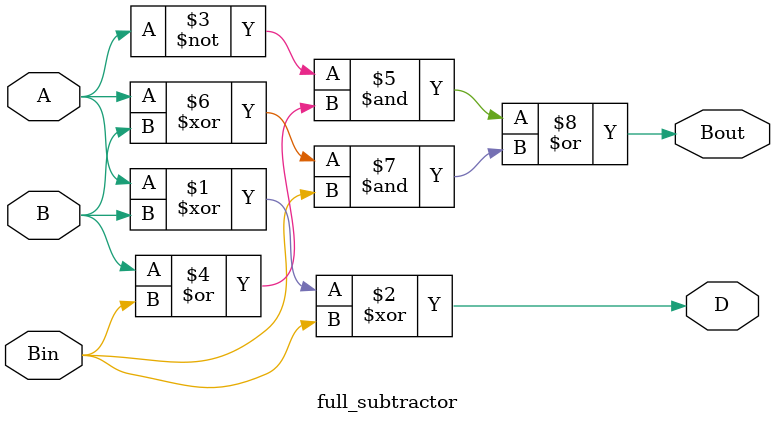
<source format=v>
module full_subtractor (
    input A, B, Bin,   
    output D, Bout    
);

assign D = A ^ B ^ Bin;  // XOR of A, B, and Bin
assign Bout = (~A & (B | Bin)) | ((A ^ B) & Bin);  // Borrow logic

endmodule

</source>
